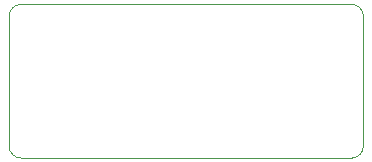
<source format=gbr>
%TF.GenerationSoftware,KiCad,Pcbnew,8.0.4-unknown-202407232306~396e531e7c~ubuntu22.04.1*%
%TF.CreationDate,2024-08-12T16:54:32+01:00*%
%TF.ProjectId,DRY_ELEC_6CH,4452595f-454c-4454-935f-3643482e6b69,1.0*%
%TF.SameCoordinates,Original*%
%TF.FileFunction,Profile,NP*%
%FSLAX46Y46*%
G04 Gerber Fmt 4.6, Leading zero omitted, Abs format (unit mm)*
G04 Created by KiCad (PCBNEW 8.0.4-unknown-202407232306~396e531e7c~ubuntu22.04.1) date 2024-08-12 16:54:32*
%MOMM*%
%LPD*%
G01*
G04 APERTURE LIST*
%TA.AperFunction,Profile*%
%ADD10C,0.038100*%
%TD*%
G04 APERTURE END LIST*
D10*
X14999999Y-26500000D02*
X14999999Y-37500000D01*
X15999999Y-38500000D02*
X43999999Y-38500000D01*
X15999999Y-38500000D02*
G75*
G02*
X15000000Y-37500000I1J1000000D01*
G01*
X43999999Y-25500000D02*
G75*
G02*
X45000000Y-26500000I1J-1000000D01*
G01*
X43999999Y-25500000D02*
X15999999Y-25500000D01*
X44999999Y-37500000D02*
X44999999Y-26500000D01*
X44999999Y-37500000D02*
G75*
G02*
X43999999Y-38499999I-999999J0D01*
G01*
X14999999Y-26500000D02*
G75*
G02*
X15999999Y-25499999I1000001J0D01*
G01*
M02*

</source>
